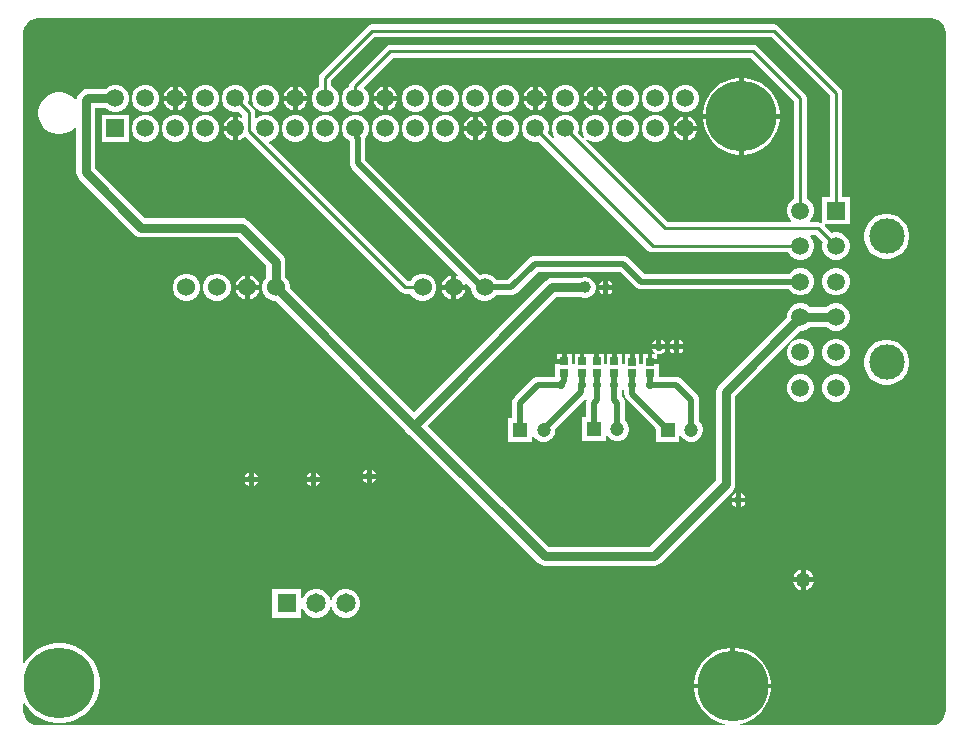
<source format=gbr>
%TF.GenerationSoftware,Altium Limited,Altium Designer,23.4.1 (23)*%
G04 Layer_Physical_Order=2*
G04 Layer_Color=16711680*
%FSLAX45Y45*%
%MOMM*%
%TF.SameCoordinates,7AEF0BED-FCCA-4DCD-95BC-53F5E5A48FEA*%
%TF.FilePolarity,Positive*%
%TF.FileFunction,Copper,L2,Bot,Signal*%
%TF.Part,Single*%
G01*
G75*
%TA.AperFunction,Conductor*%
%ADD10C,0.25400*%
%ADD17C,0.50000*%
%TA.AperFunction,ViaPad*%
%ADD21C,6.00000*%
%TA.AperFunction,ComponentPad*%
%ADD22R,1.20000X1.20000*%
%ADD23C,1.20000*%
%ADD24C,1.50000*%
%ADD25R,1.50000X1.50000*%
%TA.AperFunction,ViaPad*%
%ADD26C,1.52400*%
%TA.AperFunction,ComponentPad*%
%ADD27C,1.52000*%
%ADD28C,2.99999*%
%ADD29R,1.52000X1.52000*%
%ADD30C,1.65000*%
%ADD31R,1.65000X1.65000*%
%TA.AperFunction,ViaPad*%
%ADD32C,0.70000*%
%ADD33C,1.00000*%
%ADD34C,1.27000*%
%TA.AperFunction,SMDPad,CuDef*%
%ADD35R,0.72000X0.76000*%
%TA.AperFunction,Conductor*%
%ADD36C,0.80000*%
G36*
X3250113Y11332048D02*
X10800052D01*
X10813054Y11332043D01*
X10838558Y11326961D01*
X10862580Y11317003D01*
X10884198Y11302550D01*
X10902583Y11284158D01*
X10917027Y11262533D01*
X10926977Y11238508D01*
X10932049Y11213001D01*
X10932049Y11199999D01*
Y10750000D01*
Y5475000D01*
Y5461995D01*
X10926974Y5436483D01*
X10917020Y5412452D01*
X10902569Y5390824D01*
X10884177Y5372431D01*
X10862548Y5357980D01*
X10838517Y5348026D01*
X10813005Y5342951D01*
X10799999Y5342951D01*
X9189815D01*
X9188815Y5355651D01*
X9201199Y5357613D01*
X9249911Y5373440D01*
X9295548Y5396693D01*
X9336985Y5426799D01*
X9373202Y5463016D01*
X9403308Y5504453D01*
X9426561Y5550090D01*
X9442388Y5598802D01*
X9450401Y5649391D01*
Y5655000D01*
X8799601D01*
Y5649391D01*
X8807613Y5598802D01*
X8823441Y5550090D01*
X8846694Y5504453D01*
X8876800Y5463016D01*
X8913017Y5426799D01*
X8954454Y5396693D01*
X9000091Y5373440D01*
X9048803Y5357613D01*
X9061186Y5355651D01*
X9060187Y5342951D01*
X3235094D01*
X3229767Y5344510D01*
X3218185Y5346306D01*
X3196012Y5353923D01*
X3175529Y5365326D01*
X3157375Y5380158D01*
X3142117Y5397958D01*
X3130233Y5418165D01*
X3122094Y5440151D01*
X3117956Y5463227D01*
X3117951Y5474948D01*
Y5526500D01*
X3130300Y5529465D01*
X3134203Y5521805D01*
X3165660Y5478509D01*
X3203502Y5440667D01*
X3246798Y5409210D01*
X3294482Y5384914D01*
X3345380Y5368376D01*
X3398238Y5360004D01*
X3451756D01*
X3504614Y5368376D01*
X3555512Y5384914D01*
X3603196Y5409210D01*
X3646492Y5440667D01*
X3684334Y5478509D01*
X3715791Y5521805D01*
X3740087Y5569489D01*
X3756625Y5620387D01*
X3764997Y5673245D01*
Y5726762D01*
X3756625Y5779621D01*
X3740087Y5830518D01*
X3715791Y5878203D01*
X3684334Y5921499D01*
X3646492Y5959341D01*
X3603196Y5990798D01*
X3555512Y6015094D01*
X3504614Y6031632D01*
X3451756Y6040004D01*
X3398238D01*
X3345380Y6031632D01*
X3294482Y6015094D01*
X3246798Y5990798D01*
X3203502Y5959341D01*
X3165660Y5921499D01*
X3134203Y5878203D01*
X3130300Y5870543D01*
X3117951Y5873508D01*
X3117951Y10850000D01*
X3117951Y11200000D01*
Y11213006D01*
X3123026Y11238517D01*
X3132980Y11262547D01*
X3147431Y11284176D01*
X3165824Y11302569D01*
X3187451Y11317020D01*
X3211483Y11326974D01*
X3236994Y11332049D01*
X3250113Y11332048D01*
D02*
G37*
%LPC*%
G36*
X7983002Y10748584D02*
Y10670002D01*
X8061584D01*
X8056559Y10688755D01*
X8043342Y10711649D01*
X8024649Y10730342D01*
X8001755Y10743559D01*
X7983002Y10748584D01*
D02*
G37*
G36*
X7943002D02*
X7924249Y10743559D01*
X7901355Y10730342D01*
X7882662Y10711649D01*
X7869444Y10688755D01*
X7864419Y10670002D01*
X7943002D01*
Y10748584D01*
D02*
G37*
G36*
X7475002D02*
Y10670002D01*
X7553584D01*
X7548559Y10688755D01*
X7535342Y10711649D01*
X7516649Y10730342D01*
X7493755Y10743559D01*
X7475002Y10748584D01*
D02*
G37*
G36*
X7435002D02*
X7416249Y10743559D01*
X7393355Y10730342D01*
X7374662Y10711649D01*
X7361444Y10688755D01*
X7356419Y10670002D01*
X7435002D01*
Y10748584D01*
D02*
G37*
G36*
X6205002D02*
Y10670002D01*
X6283584D01*
X6278559Y10688755D01*
X6265342Y10711649D01*
X6246649Y10730342D01*
X6223755Y10743559D01*
X6205002Y10748584D01*
D02*
G37*
G36*
X6165002D02*
X6146249Y10743559D01*
X6123355Y10730342D01*
X6104662Y10711649D01*
X6091444Y10688755D01*
X6086419Y10670002D01*
X6165002D01*
Y10748584D01*
D02*
G37*
G36*
X5443002D02*
Y10670002D01*
X5521584D01*
X5516559Y10688755D01*
X5503342Y10711649D01*
X5484649Y10730342D01*
X5461755Y10743559D01*
X5443002Y10748584D01*
D02*
G37*
G36*
X5403002D02*
X5384249Y10743559D01*
X5361355Y10730342D01*
X5342662Y10711649D01*
X5329444Y10688755D01*
X5324419Y10670002D01*
X5403002D01*
Y10748584D01*
D02*
G37*
G36*
X4427002D02*
Y10670002D01*
X4505584D01*
X4500559Y10688755D01*
X4487342Y10711649D01*
X4468649Y10730342D01*
X4445755Y10743559D01*
X4427002Y10748584D01*
D02*
G37*
G36*
X4387002D02*
X4368249Y10743559D01*
X4345355Y10730342D01*
X4326662Y10711649D01*
X4313444Y10688755D01*
X4308419Y10670002D01*
X4387002D01*
Y10748584D01*
D02*
G37*
G36*
X3914142Y10765001D02*
X3883862D01*
X3854613Y10757164D01*
X3828390Y10742024D01*
X3817058Y10730692D01*
X3664880D01*
X3643996Y10727942D01*
X3624535Y10719881D01*
X3607823Y10707058D01*
X3592944Y10692179D01*
X3580121Y10675467D01*
X3572060Y10656006D01*
X3571003Y10647980D01*
X3557594Y10643429D01*
X3538151Y10662871D01*
X3509080Y10682296D01*
X3476777Y10695677D01*
X3442484Y10702498D01*
X3407520D01*
X3373227Y10695677D01*
X3340924Y10682296D01*
X3311853Y10662871D01*
X3287129Y10638147D01*
X3267704Y10609076D01*
X3254323Y10576773D01*
X3247502Y10542480D01*
Y10507516D01*
X3254323Y10473223D01*
X3267704Y10440920D01*
X3287129Y10411849D01*
X3311853Y10387125D01*
X3340924Y10367700D01*
X3373227Y10354319D01*
X3407520Y10347498D01*
X3442484D01*
X3476777Y10354319D01*
X3509080Y10367700D01*
X3538151Y10387125D01*
X3556610Y10405584D01*
X3569310Y10400323D01*
Y10024999D01*
X3572060Y10004114D01*
X3580121Y9984654D01*
X3592944Y9967942D01*
X4060771Y9500120D01*
X4077483Y9487297D01*
X4096944Y9479236D01*
X4117828Y9476487D01*
X4934401D01*
X5177643Y9233244D01*
Y9133646D01*
X5165350Y9121353D01*
X5150052Y9094856D01*
X5142133Y9065303D01*
Y9034707D01*
X5150052Y9005153D01*
X5165350Y8978656D01*
X5186985Y8957022D01*
X5213482Y8941724D01*
X5243035Y8933805D01*
X5260420D01*
X6351974Y7842251D01*
X6355120Y7834655D01*
X6367944Y7817943D01*
X6384655Y7805120D01*
X6392252Y7801974D01*
X7476284Y6717941D01*
X7492995Y6705118D01*
X7512456Y6697057D01*
X7533340Y6694308D01*
X8460120D01*
X8481005Y6697057D01*
X8500465Y6705118D01*
X8517177Y6717941D01*
X9125004Y7325774D01*
X9137827Y7342485D01*
X9145888Y7361946D01*
X9148638Y7382830D01*
Y8134526D01*
X9698114Y8684003D01*
X9715273D01*
X9744775Y8691908D01*
X9771227Y8707180D01*
X9783354Y8719307D01*
X9916642D01*
X9928775Y8707175D01*
X9955226Y8691903D01*
X9984729Y8683998D01*
X10015272D01*
X10044775Y8691903D01*
X10071226Y8707175D01*
X10092823Y8728772D01*
X10108095Y8755223D01*
X10116000Y8784726D01*
Y8815269D01*
X10108095Y8844772D01*
X10092823Y8871223D01*
X10071226Y8892821D01*
X10044775Y8908092D01*
X10015272Y8915997D01*
X9984729D01*
X9955226Y8908092D01*
X9928775Y8892821D01*
X9916642Y8880688D01*
X9783364D01*
X9771227Y8892826D01*
X9744775Y8908097D01*
X9715273Y8916002D01*
X9684729D01*
X9655227Y8908097D01*
X9628775Y8892826D01*
X9607178Y8871228D01*
X9591906Y8844777D01*
X9584001Y8815274D01*
Y8798116D01*
X9010891Y8225006D01*
X8998068Y8208294D01*
X8990007Y8188833D01*
X8987257Y8167949D01*
Y7416253D01*
X8426697Y6855688D01*
X7566763D01*
X6543282Y7879169D01*
X7633423Y8969310D01*
X7834760D01*
X7840261Y8966133D01*
X7863151Y8960000D01*
X7886849D01*
X7909739Y8966133D01*
X7930261Y8977982D01*
X7947018Y8994739D01*
X7958866Y9015261D01*
X7965000Y9038151D01*
Y9061849D01*
X7958866Y9084738D01*
X7947018Y9105261D01*
X7930261Y9122018D01*
X7909739Y9133866D01*
X7886849Y9140000D01*
X7863151D01*
X7840261Y9133866D01*
X7834760Y9130690D01*
X7600000D01*
X7579116Y9127941D01*
X7559655Y9119880D01*
X7542944Y9107056D01*
X6429169Y7993282D01*
X5374533Y9047918D01*
Y9065303D01*
X5366615Y9094856D01*
X5351316Y9121353D01*
X5339024Y9133646D01*
Y9266667D01*
X5336274Y9287551D01*
X5328213Y9307012D01*
X5315390Y9323723D01*
X5024880Y9614233D01*
X5008169Y9627056D01*
X4988708Y9635117D01*
X4967823Y9637867D01*
X4151250D01*
X3730691Y10058422D01*
Y10569311D01*
X3817058D01*
X3828390Y10557979D01*
X3854613Y10542839D01*
X3883862Y10535002D01*
X3914142D01*
X3943390Y10542839D01*
X3969613Y10557979D01*
X3991024Y10579390D01*
X4006164Y10605613D01*
X4014001Y10634862D01*
Y10665141D01*
X4006164Y10694390D01*
X3991024Y10720613D01*
X3969613Y10742024D01*
X3943390Y10757164D01*
X3914142Y10765001D01*
D02*
G37*
G36*
X8061584Y10630002D02*
X7983002D01*
Y10551419D01*
X8001755Y10556444D01*
X8024649Y10569662D01*
X8043342Y10588354D01*
X8056559Y10611249D01*
X8061584Y10630002D01*
D02*
G37*
G36*
X7943002D02*
X7864419D01*
X7869444Y10611249D01*
X7882662Y10588354D01*
X7901355Y10569662D01*
X7924249Y10556444D01*
X7943002Y10551419D01*
Y10630002D01*
D02*
G37*
G36*
X7553584D02*
X7475002D01*
Y10551419D01*
X7493755Y10556444D01*
X7516649Y10569662D01*
X7535342Y10588354D01*
X7548559Y10611249D01*
X7553584Y10630002D01*
D02*
G37*
G36*
X7435002D02*
X7356419D01*
X7361444Y10611249D01*
X7374662Y10588354D01*
X7393355Y10569662D01*
X7416249Y10556444D01*
X7435002Y10551419D01*
Y10630002D01*
D02*
G37*
G36*
X6283584D02*
X6205002D01*
Y10551419D01*
X6223755Y10556444D01*
X6246649Y10569662D01*
X6265342Y10588354D01*
X6278559Y10611249D01*
X6283584Y10630002D01*
D02*
G37*
G36*
X6165002D02*
X6086419D01*
X6091444Y10611249D01*
X6104662Y10588354D01*
X6123355Y10569662D01*
X6146249Y10556444D01*
X6165002Y10551419D01*
Y10630002D01*
D02*
G37*
G36*
X5521584D02*
X5443002D01*
Y10551419D01*
X5461755Y10556444D01*
X5484649Y10569662D01*
X5503342Y10588354D01*
X5516559Y10611249D01*
X5521584Y10630002D01*
D02*
G37*
G36*
X5403002D02*
X5324419D01*
X5329444Y10611249D01*
X5342662Y10588354D01*
X5361355Y10569662D01*
X5384249Y10556444D01*
X5403002Y10551419D01*
Y10630002D01*
D02*
G37*
G36*
X4505584D02*
X4427002D01*
Y10551419D01*
X4445755Y10556444D01*
X4468649Y10569662D01*
X4487342Y10588354D01*
X4500559Y10611249D01*
X4505584Y10630002D01*
D02*
G37*
G36*
X4387002D02*
X4308419D01*
X4313444Y10611249D01*
X4326662Y10588354D01*
X4345355Y10569662D01*
X4368249Y10556444D01*
X4387002Y10551419D01*
Y10630002D01*
D02*
G37*
G36*
X8740142Y10765001D02*
X8709862D01*
X8680613Y10757164D01*
X8654390Y10742024D01*
X8632979Y10720613D01*
X8617839Y10694390D01*
X8610002Y10665141D01*
Y10634862D01*
X8617839Y10605613D01*
X8632979Y10579390D01*
X8654390Y10557979D01*
X8680613Y10542839D01*
X8709862Y10535002D01*
X8740142D01*
X8769390Y10542839D01*
X8795613Y10557979D01*
X8817024Y10579390D01*
X8832164Y10605613D01*
X8840001Y10634862D01*
Y10665141D01*
X8832164Y10694390D01*
X8817024Y10720613D01*
X8795613Y10742024D01*
X8769390Y10757164D01*
X8740142Y10765001D01*
D02*
G37*
G36*
X8486142D02*
X8455862D01*
X8426613Y10757164D01*
X8400390Y10742024D01*
X8378979Y10720613D01*
X8363839Y10694390D01*
X8356002Y10665141D01*
Y10634862D01*
X8363839Y10605613D01*
X8378979Y10579390D01*
X8400390Y10557979D01*
X8426613Y10542839D01*
X8455862Y10535002D01*
X8486142D01*
X8515390Y10542839D01*
X8541613Y10557979D01*
X8563024Y10579390D01*
X8578164Y10605613D01*
X8586001Y10634862D01*
Y10665141D01*
X8578164Y10694390D01*
X8563024Y10720613D01*
X8541613Y10742024D01*
X8515390Y10757164D01*
X8486142Y10765001D01*
D02*
G37*
G36*
X8232142D02*
X8201862D01*
X8172613Y10757164D01*
X8146390Y10742024D01*
X8124979Y10720613D01*
X8109839Y10694390D01*
X8102002Y10665141D01*
Y10634862D01*
X8109839Y10605613D01*
X8124979Y10579390D01*
X8146390Y10557979D01*
X8172613Y10542839D01*
X8201862Y10535002D01*
X8232142D01*
X8261390Y10542839D01*
X8287613Y10557979D01*
X8309024Y10579390D01*
X8324164Y10605613D01*
X8332001Y10634862D01*
Y10665141D01*
X8324164Y10694390D01*
X8309024Y10720613D01*
X8287613Y10742024D01*
X8261390Y10757164D01*
X8232142Y10765001D01*
D02*
G37*
G36*
X7724142D02*
X7693862D01*
X7664613Y10757164D01*
X7638390Y10742024D01*
X7616979Y10720613D01*
X7601839Y10694390D01*
X7594002Y10665141D01*
Y10634862D01*
X7601839Y10605613D01*
X7616979Y10579390D01*
X7638390Y10557979D01*
X7664613Y10542839D01*
X7693862Y10535002D01*
X7724142D01*
X7753390Y10542839D01*
X7779613Y10557979D01*
X7801024Y10579390D01*
X7816164Y10605613D01*
X7824001Y10634862D01*
Y10665141D01*
X7816164Y10694390D01*
X7801024Y10720613D01*
X7779613Y10742024D01*
X7753390Y10757164D01*
X7724142Y10765001D01*
D02*
G37*
G36*
X7216142D02*
X7185862D01*
X7156613Y10757164D01*
X7130390Y10742024D01*
X7108979Y10720613D01*
X7093839Y10694390D01*
X7086002Y10665141D01*
Y10634862D01*
X7093839Y10605613D01*
X7108979Y10579390D01*
X7130390Y10557979D01*
X7156613Y10542839D01*
X7185862Y10535002D01*
X7216142D01*
X7245390Y10542839D01*
X7271613Y10557979D01*
X7293024Y10579390D01*
X7308164Y10605613D01*
X7316001Y10634862D01*
Y10665141D01*
X7308164Y10694390D01*
X7293024Y10720613D01*
X7271613Y10742024D01*
X7245390Y10757164D01*
X7216142Y10765001D01*
D02*
G37*
G36*
X6962142D02*
X6931862D01*
X6902613Y10757164D01*
X6876390Y10742024D01*
X6854979Y10720613D01*
X6839839Y10694390D01*
X6832002Y10665141D01*
Y10634862D01*
X6839839Y10605613D01*
X6854979Y10579390D01*
X6876390Y10557979D01*
X6902613Y10542839D01*
X6931862Y10535002D01*
X6962142D01*
X6991390Y10542839D01*
X7017613Y10557979D01*
X7039024Y10579390D01*
X7054164Y10605613D01*
X7062001Y10634862D01*
Y10665141D01*
X7054164Y10694390D01*
X7039024Y10720613D01*
X7017613Y10742024D01*
X6991390Y10757164D01*
X6962142Y10765001D01*
D02*
G37*
G36*
X6708142D02*
X6677862D01*
X6648613Y10757164D01*
X6622390Y10742024D01*
X6600979Y10720613D01*
X6585839Y10694390D01*
X6578002Y10665141D01*
Y10634862D01*
X6585839Y10605613D01*
X6600979Y10579390D01*
X6622390Y10557979D01*
X6648613Y10542839D01*
X6677862Y10535002D01*
X6708142D01*
X6737390Y10542839D01*
X6763613Y10557979D01*
X6785024Y10579390D01*
X6800164Y10605613D01*
X6808001Y10634862D01*
Y10665141D01*
X6800164Y10694390D01*
X6785024Y10720613D01*
X6763613Y10742024D01*
X6737390Y10757164D01*
X6708142Y10765001D01*
D02*
G37*
G36*
X6454142D02*
X6423862D01*
X6394613Y10757164D01*
X6368390Y10742024D01*
X6346979Y10720613D01*
X6331839Y10694390D01*
X6324002Y10665141D01*
Y10634862D01*
X6331839Y10605613D01*
X6346979Y10579390D01*
X6368390Y10557979D01*
X6394613Y10542839D01*
X6423862Y10535002D01*
X6454142D01*
X6483390Y10542839D01*
X6509613Y10557979D01*
X6531024Y10579390D01*
X6546164Y10605613D01*
X6554001Y10634862D01*
Y10665141D01*
X6546164Y10694390D01*
X6531024Y10720613D01*
X6509613Y10742024D01*
X6483390Y10757164D01*
X6454142Y10765001D01*
D02*
G37*
G36*
X5184142D02*
X5153862D01*
X5124613Y10757164D01*
X5098390Y10742024D01*
X5076979Y10720613D01*
X5061839Y10694390D01*
X5054002Y10665141D01*
Y10634862D01*
X5061839Y10605613D01*
X5076979Y10579390D01*
X5098390Y10557979D01*
X5124613Y10542839D01*
X5153862Y10535002D01*
X5184142D01*
X5213390Y10542839D01*
X5239613Y10557979D01*
X5261024Y10579390D01*
X5276164Y10605613D01*
X5284001Y10634862D01*
Y10665141D01*
X5276164Y10694390D01*
X5261024Y10720613D01*
X5239613Y10742024D01*
X5213390Y10757164D01*
X5184142Y10765001D01*
D02*
G37*
G36*
X4676142D02*
X4645862D01*
X4616613Y10757164D01*
X4590390Y10742024D01*
X4568979Y10720613D01*
X4553839Y10694390D01*
X4546002Y10665141D01*
Y10634862D01*
X4553839Y10605613D01*
X4568979Y10579390D01*
X4590390Y10557979D01*
X4616613Y10542839D01*
X4645862Y10535002D01*
X4676142D01*
X4705390Y10542839D01*
X4731613Y10557979D01*
X4753024Y10579390D01*
X4768164Y10605613D01*
X4776001Y10634862D01*
Y10665141D01*
X4768164Y10694390D01*
X4753024Y10720613D01*
X4731613Y10742024D01*
X4705390Y10757164D01*
X4676142Y10765001D01*
D02*
G37*
G36*
X4168142D02*
X4137862D01*
X4108613Y10757164D01*
X4082390Y10742024D01*
X4060979Y10720613D01*
X4045839Y10694390D01*
X4038002Y10665141D01*
Y10634862D01*
X4045839Y10605613D01*
X4060979Y10579390D01*
X4082390Y10557979D01*
X4108613Y10542839D01*
X4137862Y10535002D01*
X4168142D01*
X4197390Y10542839D01*
X4223613Y10557979D01*
X4245024Y10579390D01*
X4260164Y10605613D01*
X4268001Y10634862D01*
Y10665141D01*
X4260164Y10694390D01*
X4245024Y10720613D01*
X4223613Y10742024D01*
X4197390Y10757164D01*
X4168142Y10765001D01*
D02*
G37*
G36*
X9225611Y10825404D02*
X9220002D01*
Y10520004D01*
X9525402D01*
Y10525614D01*
X9517389Y10576202D01*
X9501562Y10624914D01*
X9478309Y10670551D01*
X9448203Y10711988D01*
X9411986Y10748206D01*
X9370549Y10778311D01*
X9324912Y10801564D01*
X9276200Y10817392D01*
X9225611Y10825404D01*
D02*
G37*
G36*
X9180002D02*
X9174392D01*
X9123804Y10817392D01*
X9075092Y10801564D01*
X9029455Y10778311D01*
X8988018Y10748206D01*
X8951801Y10711988D01*
X8921695Y10670551D01*
X8898442Y10624914D01*
X8882614Y10576202D01*
X8874602Y10525614D01*
Y10520004D01*
X9180002D01*
Y10825404D01*
D02*
G37*
G36*
X4930142Y10765001D02*
X4899862D01*
X4870613Y10757164D01*
X4844390Y10742024D01*
X4822979Y10720613D01*
X4807839Y10694390D01*
X4800002Y10665141D01*
Y10634862D01*
X4807839Y10605613D01*
X4822979Y10579390D01*
X4844390Y10557979D01*
X4870613Y10542839D01*
X4899862Y10535002D01*
X4930142D01*
X4947389Y10539623D01*
X4974767Y10512246D01*
Y10490128D01*
X4963768Y10483778D01*
X4953755Y10489559D01*
X4935002Y10494584D01*
Y10396002D01*
Y10297419D01*
X4953755Y10302444D01*
X4976649Y10315662D01*
X4994028Y10333041D01*
X6315053Y9012010D01*
X6332485Y9000362D01*
X6353048Y8996272D01*
X6396849D01*
X6407019Y8978656D01*
X6428654Y8957022D01*
X6455151Y8941724D01*
X6484704Y8933805D01*
X6515300D01*
X6544854Y8941724D01*
X6571351Y8957022D01*
X6592985Y8978656D01*
X6608283Y9005153D01*
X6616202Y9034707D01*
Y9065303D01*
X6608283Y9094856D01*
X6592985Y9121353D01*
X6571351Y9142988D01*
X6544854Y9158286D01*
X6515300Y9166205D01*
X6484704D01*
X6455151Y9158286D01*
X6428654Y9142988D01*
X6407019Y9121353D01*
X6396849Y9103737D01*
X6375305D01*
X5204087Y10274959D01*
X5207374Y10287227D01*
X5213390Y10288839D01*
X5239613Y10303979D01*
X5261024Y10325390D01*
X5276164Y10351613D01*
X5284001Y10380862D01*
Y10411141D01*
X5276164Y10440390D01*
X5261024Y10466613D01*
X5239613Y10488024D01*
X5213390Y10503164D01*
X5184142Y10511001D01*
X5153862D01*
X5124613Y10503164D01*
X5098390Y10488024D01*
X5093965Y10483599D01*
X5082231Y10488459D01*
Y10534503D01*
X5078141Y10555065D01*
X5066494Y10572497D01*
X5024534Y10614457D01*
X5030001Y10634862D01*
Y10665141D01*
X5022164Y10694390D01*
X5007024Y10720613D01*
X4985613Y10742024D01*
X4959390Y10757164D01*
X4930142Y10765001D01*
D02*
G37*
G36*
X8745002Y10494584D02*
Y10416002D01*
X8823584D01*
X8818559Y10434755D01*
X8805342Y10457649D01*
X8786649Y10476342D01*
X8763755Y10489559D01*
X8745002Y10494584D01*
D02*
G37*
G36*
X8705002D02*
X8686249Y10489559D01*
X8663355Y10476342D01*
X8644662Y10457649D01*
X8631444Y10434755D01*
X8626419Y10416002D01*
X8705002D01*
Y10494584D01*
D02*
G37*
G36*
X6967002D02*
Y10416002D01*
X7045584D01*
X7040559Y10434755D01*
X7027342Y10457649D01*
X7008649Y10476342D01*
X6985755Y10489559D01*
X6967002Y10494584D01*
D02*
G37*
G36*
X6927002D02*
X6908249Y10489559D01*
X6885355Y10476342D01*
X6866662Y10457649D01*
X6853444Y10434755D01*
X6848419Y10416002D01*
X6927002D01*
Y10494584D01*
D02*
G37*
G36*
X4895002D02*
X4876249Y10489559D01*
X4853355Y10476342D01*
X4834662Y10457649D01*
X4821444Y10434755D01*
X4816419Y10416002D01*
X4895002D01*
Y10494584D01*
D02*
G37*
G36*
X8823584Y10376002D02*
X8745002D01*
Y10297419D01*
X8763755Y10302444D01*
X8786649Y10315662D01*
X8805342Y10334354D01*
X8818559Y10357249D01*
X8823584Y10376002D01*
D02*
G37*
G36*
X8705002D02*
X8626419D01*
X8631444Y10357249D01*
X8644662Y10334354D01*
X8663355Y10315662D01*
X8686249Y10302444D01*
X8705002Y10297419D01*
Y10376002D01*
D02*
G37*
G36*
X7045584D02*
X6967002D01*
Y10297419D01*
X6985755Y10302444D01*
X7008649Y10315662D01*
X7027342Y10334354D01*
X7040559Y10357249D01*
X7045584Y10376002D01*
D02*
G37*
G36*
X6927002D02*
X6848419D01*
X6853444Y10357249D01*
X6866662Y10334354D01*
X6885355Y10315662D01*
X6908249Y10302444D01*
X6927002Y10297419D01*
Y10376002D01*
D02*
G37*
G36*
X4895002D02*
X4816419D01*
X4821444Y10357249D01*
X4834662Y10334354D01*
X4853355Y10315662D01*
X4876249Y10302444D01*
X4895002Y10297419D01*
Y10376002D01*
D02*
G37*
G36*
X8486142Y10511001D02*
X8455862D01*
X8426613Y10503164D01*
X8400390Y10488024D01*
X8378979Y10466613D01*
X8363839Y10440390D01*
X8356002Y10411141D01*
Y10380862D01*
X8363839Y10351613D01*
X8378979Y10325390D01*
X8400390Y10303979D01*
X8426613Y10288839D01*
X8455862Y10281002D01*
X8486142D01*
X8515390Y10288839D01*
X8541613Y10303979D01*
X8563024Y10325390D01*
X8578164Y10351613D01*
X8586001Y10380862D01*
Y10411141D01*
X8578164Y10440390D01*
X8563024Y10466613D01*
X8541613Y10488024D01*
X8515390Y10503164D01*
X8486142Y10511001D01*
D02*
G37*
G36*
X8232142D02*
X8201862D01*
X8172613Y10503164D01*
X8146390Y10488024D01*
X8124979Y10466613D01*
X8109839Y10440390D01*
X8102002Y10411141D01*
Y10380862D01*
X8109839Y10351613D01*
X8124979Y10325390D01*
X8146390Y10303979D01*
X8172613Y10288839D01*
X8201862Y10281002D01*
X8232142D01*
X8261390Y10288839D01*
X8287613Y10303979D01*
X8309024Y10325390D01*
X8324164Y10351613D01*
X8332001Y10380862D01*
Y10411141D01*
X8324164Y10440390D01*
X8309024Y10466613D01*
X8287613Y10488024D01*
X8261390Y10503164D01*
X8232142Y10511001D01*
D02*
G37*
G36*
X7216142D02*
X7185862D01*
X7156613Y10503164D01*
X7130390Y10488024D01*
X7108979Y10466613D01*
X7093839Y10440390D01*
X7086002Y10411141D01*
Y10380862D01*
X7093839Y10351613D01*
X7108979Y10325390D01*
X7130390Y10303979D01*
X7156613Y10288839D01*
X7185862Y10281002D01*
X7216142D01*
X7245390Y10288839D01*
X7271613Y10303979D01*
X7293024Y10325390D01*
X7308164Y10351613D01*
X7316001Y10380862D01*
Y10411141D01*
X7308164Y10440390D01*
X7293024Y10466613D01*
X7271613Y10488024D01*
X7245390Y10503164D01*
X7216142Y10511001D01*
D02*
G37*
G36*
X6708142D02*
X6677862D01*
X6648613Y10503164D01*
X6622390Y10488024D01*
X6600979Y10466613D01*
X6585839Y10440390D01*
X6578002Y10411141D01*
Y10380862D01*
X6585839Y10351613D01*
X6600979Y10325390D01*
X6622390Y10303979D01*
X6648613Y10288839D01*
X6677862Y10281002D01*
X6708142D01*
X6737390Y10288839D01*
X6763613Y10303979D01*
X6785024Y10325390D01*
X6800164Y10351613D01*
X6808001Y10380862D01*
Y10411141D01*
X6800164Y10440390D01*
X6785024Y10466613D01*
X6763613Y10488024D01*
X6737390Y10503164D01*
X6708142Y10511001D01*
D02*
G37*
G36*
X6454142D02*
X6423862D01*
X6394613Y10503164D01*
X6368390Y10488024D01*
X6346979Y10466613D01*
X6331839Y10440390D01*
X6324002Y10411141D01*
Y10380862D01*
X6331839Y10351613D01*
X6346979Y10325390D01*
X6368390Y10303979D01*
X6394613Y10288839D01*
X6423862Y10281002D01*
X6454142D01*
X6483390Y10288839D01*
X6509613Y10303979D01*
X6531024Y10325390D01*
X6546164Y10351613D01*
X6554001Y10380862D01*
Y10411141D01*
X6546164Y10440390D01*
X6531024Y10466613D01*
X6509613Y10488024D01*
X6483390Y10503164D01*
X6454142Y10511001D01*
D02*
G37*
G36*
X6200142D02*
X6169862D01*
X6140613Y10503164D01*
X6114390Y10488024D01*
X6092979Y10466613D01*
X6077839Y10440390D01*
X6070002Y10411141D01*
Y10380862D01*
X6077839Y10351613D01*
X6092979Y10325390D01*
X6114390Y10303979D01*
X6140613Y10288839D01*
X6169862Y10281002D01*
X6200142D01*
X6229390Y10288839D01*
X6255613Y10303979D01*
X6277024Y10325390D01*
X6292164Y10351613D01*
X6300001Y10380862D01*
Y10411141D01*
X6292164Y10440390D01*
X6277024Y10466613D01*
X6255613Y10488024D01*
X6229390Y10503164D01*
X6200142Y10511001D01*
D02*
G37*
G36*
X5692142D02*
X5661862D01*
X5632613Y10503164D01*
X5606390Y10488024D01*
X5584979Y10466613D01*
X5569839Y10440390D01*
X5562002Y10411141D01*
Y10380862D01*
X5569839Y10351613D01*
X5584979Y10325390D01*
X5606390Y10303979D01*
X5632613Y10288839D01*
X5661862Y10281002D01*
X5692142D01*
X5721390Y10288839D01*
X5747613Y10303979D01*
X5769024Y10325390D01*
X5784164Y10351613D01*
X5792001Y10380862D01*
Y10411141D01*
X5784164Y10440390D01*
X5769024Y10466613D01*
X5747613Y10488024D01*
X5721390Y10503164D01*
X5692142Y10511001D01*
D02*
G37*
G36*
X5438142D02*
X5407862D01*
X5378613Y10503164D01*
X5352390Y10488024D01*
X5330979Y10466613D01*
X5315839Y10440390D01*
X5308002Y10411141D01*
Y10380862D01*
X5315839Y10351613D01*
X5330979Y10325390D01*
X5352390Y10303979D01*
X5378613Y10288839D01*
X5407862Y10281002D01*
X5438142D01*
X5467390Y10288839D01*
X5493613Y10303979D01*
X5515024Y10325390D01*
X5530164Y10351613D01*
X5538001Y10380862D01*
Y10411141D01*
X5530164Y10440390D01*
X5515024Y10466613D01*
X5493613Y10488024D01*
X5467390Y10503164D01*
X5438142Y10511001D01*
D02*
G37*
G36*
X4676142D02*
X4645862D01*
X4616613Y10503164D01*
X4590390Y10488024D01*
X4568979Y10466613D01*
X4553839Y10440390D01*
X4546002Y10411141D01*
Y10380862D01*
X4553839Y10351613D01*
X4568979Y10325390D01*
X4590390Y10303979D01*
X4616613Y10288839D01*
X4645862Y10281002D01*
X4676142D01*
X4705390Y10288839D01*
X4731613Y10303979D01*
X4753024Y10325390D01*
X4768164Y10351613D01*
X4776001Y10380862D01*
Y10411141D01*
X4768164Y10440390D01*
X4753024Y10466613D01*
X4731613Y10488024D01*
X4705390Y10503164D01*
X4676142Y10511001D01*
D02*
G37*
G36*
X4422142D02*
X4391862D01*
X4362613Y10503164D01*
X4336390Y10488024D01*
X4314979Y10466613D01*
X4299839Y10440390D01*
X4292002Y10411141D01*
Y10380862D01*
X4299839Y10351613D01*
X4314979Y10325390D01*
X4336390Y10303979D01*
X4362613Y10288839D01*
X4391862Y10281002D01*
X4422142D01*
X4451390Y10288839D01*
X4477613Y10303979D01*
X4499024Y10325390D01*
X4514164Y10351613D01*
X4522001Y10380862D01*
Y10411141D01*
X4514164Y10440390D01*
X4499024Y10466613D01*
X4477613Y10488024D01*
X4451390Y10503164D01*
X4422142Y10511001D01*
D02*
G37*
G36*
X4168142D02*
X4137862D01*
X4108613Y10503164D01*
X4082390Y10488024D01*
X4060979Y10466613D01*
X4045839Y10440390D01*
X4038002Y10411141D01*
Y10380862D01*
X4045839Y10351613D01*
X4060979Y10325390D01*
X4082390Y10303979D01*
X4108613Y10288839D01*
X4137862Y10281002D01*
X4168142D01*
X4197390Y10288839D01*
X4223613Y10303979D01*
X4245024Y10325390D01*
X4260164Y10351613D01*
X4268001Y10380862D01*
Y10411141D01*
X4260164Y10440390D01*
X4245024Y10466613D01*
X4223613Y10488024D01*
X4197390Y10503164D01*
X4168142Y10511001D01*
D02*
G37*
G36*
X4014001D02*
X3784002D01*
Y10281002D01*
X4014001D01*
Y10511001D01*
D02*
G37*
G36*
X9525402Y10480004D02*
X9220002D01*
Y10174604D01*
X9225611D01*
X9276200Y10182617D01*
X9324912Y10198445D01*
X9370549Y10221698D01*
X9411986Y10251803D01*
X9448203Y10288021D01*
X9478309Y10329458D01*
X9501562Y10375094D01*
X9517389Y10423806D01*
X9525402Y10474395D01*
Y10480004D01*
D02*
G37*
G36*
X9180002D02*
X8874602D01*
Y10474395D01*
X8882614Y10423806D01*
X8898442Y10375094D01*
X8921695Y10329458D01*
X8951801Y10288021D01*
X8988018Y10251803D01*
X9029455Y10221698D01*
X9075092Y10198445D01*
X9123804Y10182617D01*
X9174392Y10174604D01*
X9180002D01*
Y10480004D01*
D02*
G37*
G36*
X9475003Y11278734D02*
X6074999D01*
X6054437Y11274644D01*
X6037005Y11262996D01*
X5637005Y10862997D01*
X5625358Y10845565D01*
X5621268Y10825002D01*
Y10750614D01*
X5606390Y10742024D01*
X5584979Y10720613D01*
X5569839Y10694390D01*
X5562002Y10665141D01*
Y10634862D01*
X5569839Y10605613D01*
X5584979Y10579390D01*
X5606390Y10557979D01*
X5632613Y10542839D01*
X5661862Y10535002D01*
X5692142D01*
X5721390Y10542839D01*
X5747613Y10557979D01*
X5769024Y10579390D01*
X5784164Y10605613D01*
X5792001Y10634862D01*
Y10665141D01*
X5784164Y10694390D01*
X5769024Y10720613D01*
X5747613Y10742024D01*
X5728733Y10752925D01*
Y10802746D01*
X6097256Y11171269D01*
X9452746D01*
X9946268Y10677742D01*
Y9816001D01*
X9884001D01*
Y9604135D01*
X9872800Y9598148D01*
X9870566Y9599641D01*
X9850003Y9603731D01*
X9785740D01*
X9780480Y9616431D01*
X9792824Y9628775D01*
X9808095Y9655227D01*
X9816001Y9684729D01*
Y9715273D01*
X9808095Y9744775D01*
X9792824Y9771227D01*
X9771227Y9792824D01*
X9753733Y9802923D01*
Y10650002D01*
X9749643Y10670564D01*
X9737996Y10687996D01*
X9337996Y11087995D01*
X9320564Y11099643D01*
X9300002Y11103733D01*
X6225002D01*
X6204439Y11099643D01*
X6187007Y11087995D01*
X5891005Y10791994D01*
X5879358Y10774562D01*
X5875268Y10753999D01*
Y10750614D01*
X5860390Y10742024D01*
X5838979Y10720613D01*
X5823839Y10694390D01*
X5816002Y10665141D01*
Y10634862D01*
X5823839Y10605613D01*
X5838979Y10579390D01*
X5860390Y10557979D01*
X5886613Y10542839D01*
X5915862Y10535002D01*
X5946142D01*
X5975390Y10542839D01*
X6001613Y10557979D01*
X6023024Y10579390D01*
X6038164Y10605613D01*
X6046001Y10634862D01*
Y10665141D01*
X6038164Y10694390D01*
X6023024Y10720613D01*
X6001613Y10742024D01*
X6000613Y10749623D01*
X6247258Y10996268D01*
X9277745D01*
X9646268Y10627745D01*
Y9802923D01*
X9628775Y9792824D01*
X9607178Y9771227D01*
X9591906Y9744775D01*
X9584001Y9715273D01*
Y9684729D01*
X9591906Y9655227D01*
X9607178Y9628775D01*
X9619522Y9616431D01*
X9614261Y9603731D01*
X8575260D01*
X7884404Y10294587D01*
X7892390Y10303979D01*
X7918613Y10288839D01*
X7947862Y10281002D01*
X7978142D01*
X8007390Y10288839D01*
X8033613Y10303979D01*
X8055024Y10325390D01*
X8070164Y10351613D01*
X8078001Y10380862D01*
Y10411141D01*
X8070164Y10440390D01*
X8055024Y10466613D01*
X8033613Y10488024D01*
X8007390Y10503164D01*
X7978142Y10511001D01*
X7947862D01*
X7918613Y10503164D01*
X7892390Y10488024D01*
X7870979Y10466613D01*
X7855839Y10440390D01*
X7848002Y10411141D01*
Y10380862D01*
X7855839Y10351613D01*
X7870979Y10325390D01*
X7861587Y10317404D01*
X7818534Y10360457D01*
X7824001Y10380862D01*
Y10411141D01*
X7816164Y10440390D01*
X7801024Y10466613D01*
X7779613Y10488024D01*
X7753390Y10503164D01*
X7724142Y10511001D01*
X7693862D01*
X7664613Y10503164D01*
X7638390Y10488024D01*
X7616979Y10466613D01*
X7601839Y10440390D01*
X7594002Y10411141D01*
Y10380862D01*
X7601839Y10351613D01*
X7616979Y10325390D01*
X7607587Y10317404D01*
X7564534Y10360457D01*
X7570001Y10380862D01*
Y10411141D01*
X7562164Y10440390D01*
X7547024Y10466613D01*
X7525613Y10488024D01*
X7499390Y10503164D01*
X7470142Y10511001D01*
X7439862D01*
X7410613Y10503164D01*
X7384390Y10488024D01*
X7362979Y10466613D01*
X7347839Y10440390D01*
X7340002Y10411141D01*
Y10380862D01*
X7347839Y10351613D01*
X7362979Y10325390D01*
X7384390Y10303979D01*
X7410613Y10288839D01*
X7439862Y10281002D01*
X7470142D01*
X7487389Y10285623D01*
X8411006Y9362007D01*
X8428438Y9350359D01*
X8449000Y9346269D01*
X9597078D01*
X9607178Y9328776D01*
X9628775Y9307178D01*
X9655227Y9291907D01*
X9684729Y9284002D01*
X9715273D01*
X9744775Y9291907D01*
X9771227Y9307178D01*
X9792824Y9328776D01*
X9808095Y9355227D01*
X9816001Y9384730D01*
Y9415273D01*
X9808095Y9444776D01*
X9792824Y9471227D01*
X9780485Y9483566D01*
X9785745Y9496266D01*
X9827746D01*
X9889228Y9434784D01*
X9884001Y9415273D01*
Y9384730D01*
X9891906Y9355227D01*
X9907177Y9328776D01*
X9928775Y9307178D01*
X9955226Y9291907D01*
X9984729Y9284002D01*
X10015272D01*
X10044775Y9291907D01*
X10071226Y9307178D01*
X10092823Y9328776D01*
X10108095Y9355227D01*
X10116000Y9384730D01*
Y9415273D01*
X10108095Y9444776D01*
X10092823Y9471227D01*
X10071226Y9492825D01*
X10044775Y9508096D01*
X10015272Y9516001D01*
X9984729D01*
X9965218Y9510773D01*
X9903723Y9572268D01*
X9908583Y9584001D01*
X10116000D01*
Y9816001D01*
X10053733D01*
Y10699999D01*
X10049643Y10720561D01*
X10037995Y10737994D01*
X10037994Y10737994D01*
X9512997Y11262996D01*
X9495565Y11274644D01*
X9475003Y11278734D01*
D02*
G37*
G36*
X10448710Y9673999D02*
X10411284D01*
X10374576Y9666697D01*
X10339998Y9652375D01*
X10308879Y9631582D01*
X10282415Y9605117D01*
X10261622Y9573998D01*
X10247299Y9539420D01*
X10239997Y9502713D01*
Y9465286D01*
X10247299Y9428579D01*
X10261622Y9394001D01*
X10282415Y9362882D01*
X10308879Y9336417D01*
X10339998Y9315624D01*
X10374576Y9301301D01*
X10411284Y9294000D01*
X10448710D01*
X10485418Y9301301D01*
X10519995Y9315624D01*
X10551115Y9336417D01*
X10577579Y9362882D01*
X10598372Y9394001D01*
X10612695Y9428579D01*
X10619997Y9465286D01*
Y9502713D01*
X10612695Y9539420D01*
X10598372Y9573998D01*
X10577579Y9605117D01*
X10551115Y9631582D01*
X10519995Y9652375D01*
X10485418Y9666697D01*
X10448710Y9673999D01*
D02*
G37*
G36*
X5036668Y9149830D02*
Y9070005D01*
X5116493D01*
X5111344Y9089221D01*
X5097968Y9112389D01*
X5079052Y9131305D01*
X5055884Y9144681D01*
X5036668Y9149830D01*
D02*
G37*
G36*
X6742501D02*
X6723285Y9144681D01*
X6700117Y9131305D01*
X6681201Y9112389D01*
X6667825Y9089221D01*
X6662676Y9070005D01*
X6742501D01*
Y9149830D01*
D02*
G37*
G36*
X4996668D02*
X4977452Y9144681D01*
X4954284Y9131305D01*
X4935367Y9112389D01*
X4921991Y9089221D01*
X4916843Y9070005D01*
X4996668D01*
Y9149830D01*
D02*
G37*
G36*
X8070000Y9107092D02*
Y9070000D01*
X8107092D01*
X8101205Y9084214D01*
X8084214Y9101205D01*
X8070000Y9107092D01*
D02*
G37*
G36*
X8030000D02*
X8015786Y9101205D01*
X7998795Y9084214D01*
X7992908Y9070000D01*
X8030000D01*
Y9107092D01*
D02*
G37*
G36*
X8107092Y9030000D02*
X8070000D01*
Y8992908D01*
X8084214Y8998795D01*
X8101205Y9015786D01*
X8107092Y9030000D01*
D02*
G37*
G36*
X8030000D02*
X7992908D01*
X7998795Y9015786D01*
X8015786Y8998795D01*
X8030000Y8992908D01*
Y9030000D01*
D02*
G37*
G36*
X10015272Y9216002D02*
X9984729D01*
X9955226Y9208097D01*
X9928775Y9192825D01*
X9907177Y9171228D01*
X9891906Y9144776D01*
X9884001Y9115274D01*
Y9084730D01*
X9891906Y9055228D01*
X9907177Y9028776D01*
X9928775Y9007179D01*
X9955226Y8991908D01*
X9984729Y8984002D01*
X10015272D01*
X10044775Y8991908D01*
X10071226Y9007179D01*
X10092823Y9028776D01*
X10108095Y9055228D01*
X10116000Y9084730D01*
Y9115274D01*
X10108095Y9144776D01*
X10092823Y9171228D01*
X10071226Y9192825D01*
X10044775Y9208097D01*
X10015272Y9216002D01*
D02*
G37*
G36*
X5946142Y10511001D02*
X5915862D01*
X5886613Y10503164D01*
X5860390Y10488024D01*
X5838979Y10466613D01*
X5823839Y10440390D01*
X5816002Y10411141D01*
Y10380862D01*
X5823839Y10351613D01*
X5838979Y10325390D01*
X5860390Y10303979D01*
X5884440Y10290093D01*
Y10100000D01*
X5886674Y10083032D01*
X5893223Y10067220D01*
X5903642Y10053642D01*
X6798627Y9158657D01*
X6792053Y9147271D01*
X6782501Y9149830D01*
Y9070005D01*
X6862326D01*
X6859767Y9079557D01*
X6871153Y9086131D01*
X6908800Y9048484D01*
Y9034707D01*
X6916719Y9005153D01*
X6932017Y8978656D01*
X6953651Y8957022D01*
X6980148Y8941724D01*
X7009702Y8933805D01*
X7040298D01*
X7069851Y8941724D01*
X7096349Y8957022D01*
X7117983Y8978656D01*
X7121325Y8984444D01*
X7250005D01*
X7266973Y8986678D01*
X7282785Y8993227D01*
X7296363Y9003646D01*
X7477156Y9184439D01*
X8172844D01*
X8303639Y9053644D01*
X8317218Y9043225D01*
X8333029Y9036675D01*
X8349998Y9034441D01*
X9603907D01*
X9607178Y9028776D01*
X9628775Y9007179D01*
X9655227Y8991908D01*
X9684729Y8984002D01*
X9715273D01*
X9744775Y8991908D01*
X9771227Y9007179D01*
X9792824Y9028776D01*
X9808095Y9055228D01*
X9816001Y9084730D01*
Y9115274D01*
X9808095Y9144776D01*
X9792824Y9171228D01*
X9771227Y9192825D01*
X9744775Y9208097D01*
X9715273Y9216002D01*
X9684729D01*
X9655227Y9208097D01*
X9628775Y9192825D01*
X9607178Y9171228D01*
X9603907Y9165563D01*
X8377154D01*
X8246358Y9296358D01*
X8232780Y9306777D01*
X8216968Y9313327D01*
X8200000Y9315561D01*
X7450000D01*
X7433032Y9313327D01*
X7417220Y9306777D01*
X7403642Y9296359D01*
X7222849Y9115565D01*
X7121325D01*
X7117983Y9121353D01*
X7096349Y9142988D01*
X7069851Y9158286D01*
X7040298Y9166205D01*
X7009702D01*
X6983527Y9159191D01*
X6015562Y10127156D01*
Y10316713D01*
X6015420Y10317786D01*
X6023024Y10325390D01*
X6038164Y10351613D01*
X6046001Y10380862D01*
Y10411141D01*
X6038164Y10440390D01*
X6023024Y10466613D01*
X6001613Y10488024D01*
X5975390Y10503164D01*
X5946142Y10511001D01*
D02*
G37*
G36*
X5116493Y9030005D02*
X5036668D01*
Y8950180D01*
X5055884Y8955329D01*
X5079052Y8968704D01*
X5097968Y8987621D01*
X5111344Y9010789D01*
X5116493Y9030005D01*
D02*
G37*
G36*
X6862326D02*
X6782501D01*
Y8950180D01*
X6801717Y8955329D01*
X6824885Y8968704D01*
X6843801Y8987621D01*
X6857177Y9010789D01*
X6862326Y9030005D01*
D02*
G37*
G36*
X6742501D02*
X6662676D01*
X6667825Y9010789D01*
X6681201Y8987621D01*
X6700117Y8968704D01*
X6723285Y8955329D01*
X6742501Y8950180D01*
Y9030005D01*
D02*
G37*
G36*
X4996668D02*
X4916843D01*
X4921991Y9010789D01*
X4935367Y8987621D01*
X4954284Y8968704D01*
X4977452Y8955329D01*
X4996668Y8950180D01*
Y9030005D01*
D02*
G37*
G36*
X4773632Y9166205D02*
X4743036D01*
X4713483Y9158286D01*
X4686986Y9142988D01*
X4665351Y9121353D01*
X4650053Y9094856D01*
X4642134Y9065303D01*
Y9034707D01*
X4650053Y9005153D01*
X4665351Y8978656D01*
X4686986Y8957022D01*
X4713483Y8941724D01*
X4743036Y8933805D01*
X4773632D01*
X4803186Y8941724D01*
X4829683Y8957022D01*
X4851317Y8978656D01*
X4866616Y9005153D01*
X4874534Y9034707D01*
Y9065303D01*
X4866616Y9094856D01*
X4851317Y9121353D01*
X4829683Y9142988D01*
X4803186Y9158286D01*
X4773632Y9166205D01*
D02*
G37*
G36*
X4515299D02*
X4484703D01*
X4455150Y9158286D01*
X4428653Y9142988D01*
X4407018Y9121353D01*
X4391720Y9094856D01*
X4383801Y9065303D01*
Y9034707D01*
X4391720Y9005153D01*
X4407018Y8978656D01*
X4428653Y8957022D01*
X4455150Y8941724D01*
X4484703Y8933805D01*
X4515299D01*
X4544853Y8941724D01*
X4571350Y8957022D01*
X4592984Y8978656D01*
X4608282Y9005153D01*
X4616201Y9034707D01*
Y9065303D01*
X4608282Y9094856D01*
X4592984Y9121353D01*
X4571350Y9142988D01*
X4544853Y9158286D01*
X4515299Y9166205D01*
D02*
G37*
G36*
X8670000Y8607092D02*
Y8570000D01*
X8707092D01*
X8701205Y8584214D01*
X8684214Y8601205D01*
X8670000Y8607092D01*
D02*
G37*
G36*
X8630000D02*
X8615786Y8601205D01*
X8598795Y8584214D01*
X8592908Y8570000D01*
X8630000D01*
Y8607092D01*
D02*
G37*
G36*
X8520000D02*
Y8570000D01*
X8557092D01*
X8551205Y8584214D01*
X8534214Y8601205D01*
X8520000Y8607092D01*
D02*
G37*
G36*
X8480000D02*
X8465786Y8601205D01*
X8448795Y8584214D01*
X8442908Y8570000D01*
X8480000D01*
Y8607092D01*
D02*
G37*
G36*
X8707092Y8530000D02*
X8670000D01*
Y8492908D01*
X8684214Y8498795D01*
X8701205Y8515786D01*
X8707092Y8530000D01*
D02*
G37*
G36*
X8630000D02*
X8592908D01*
X8598795Y8515786D01*
X8615786Y8498795D01*
X8630000Y8492908D01*
Y8530000D01*
D02*
G37*
G36*
X7680000Y8488402D02*
X7638600D01*
Y8445002D01*
X7680000D01*
Y8488402D01*
D02*
G37*
G36*
X8557092Y8530000D02*
X8442908D01*
X8448795Y8515786D01*
X8465481Y8499101D01*
X8465424Y8497419D01*
X8462523Y8486401D01*
X8445002D01*
Y8443001D01*
X8486402D01*
Y8477556D01*
X8487610Y8486740D01*
X8497777Y8489600D01*
X8512014D01*
X8534214Y8498795D01*
X8551205Y8515786D01*
X8557092Y8530000D01*
D02*
G37*
G36*
X7911402Y8488403D02*
Y8488402D01*
X7870002D01*
Y8425002D01*
X7830002D01*
Y8488402D01*
X7788602D01*
Y8404999D01*
X7761400D01*
Y8488402D01*
X7720000D01*
Y8425002D01*
X7700000D01*
Y8405004D01*
X7638600D01*
Y8404999D01*
X7624000D01*
Y8290561D01*
X7475000D01*
X7458032Y8288327D01*
X7442220Y8281777D01*
X7428641Y8271358D01*
X7278642Y8121358D01*
X7268223Y8107780D01*
X7261673Y8091969D01*
X7259439Y8075000D01*
Y7945003D01*
X7225000D01*
Y7745004D01*
X7424999D01*
Y7792809D01*
X7437699Y7796211D01*
X7444979Y7783602D01*
X7463598Y7764984D01*
X7486401Y7751818D01*
X7511834Y7745004D01*
X7538164D01*
X7563597Y7751818D01*
X7586400Y7764984D01*
X7605019Y7783602D01*
X7618184Y7806405D01*
X7624999Y7831838D01*
Y7852287D01*
X7878759Y8106047D01*
X7889950Y8099876D01*
X7886675Y8091970D01*
X7884441Y8075002D01*
Y7950002D01*
X7850002D01*
Y7750002D01*
X8050002D01*
Y7797807D01*
X8062702Y7801210D01*
X8069982Y7788601D01*
X8088600Y7769982D01*
X8111403Y7756817D01*
X8136836Y7750002D01*
X8163167D01*
X8188600Y7756817D01*
X8211403Y7769982D01*
X8230021Y7788601D01*
X8243186Y7811404D01*
X8250001Y7836837D01*
Y7863167D01*
X8243186Y7888600D01*
X8230021Y7911403D01*
X8215561Y7925864D01*
Y8075000D01*
X8213327Y8091969D01*
X8206777Y8107780D01*
X8196358Y8121358D01*
X8190561Y8127156D01*
Y8184183D01*
X8199258Y8188638D01*
X8204240Y8188685D01*
X8209439Y8183725D01*
Y8150000D01*
X8211673Y8133032D01*
X8218223Y8117220D01*
X8228642Y8103642D01*
X8469619Y7862665D01*
X8470922Y7859518D01*
X8475000Y7854204D01*
Y7744998D01*
X8674999D01*
Y7792804D01*
X8687699Y7796206D01*
X8694979Y7783597D01*
X8713598Y7764979D01*
X8736401Y7751813D01*
X8761834Y7744998D01*
X8788164D01*
X8813597Y7751813D01*
X8836400Y7764979D01*
X8855019Y7783597D01*
X8868184Y7806400D01*
X8874999Y7831833D01*
Y7858164D01*
X8868184Y7883597D01*
X8855019Y7906399D01*
X8840561Y7920857D01*
Y8100000D01*
X8838327Y8116969D01*
X8831777Y8132780D01*
X8821358Y8146359D01*
X8696358Y8271358D01*
X8682780Y8281777D01*
X8666968Y8288327D01*
X8650000Y8290561D01*
X8501002D01*
Y8403002D01*
X8486402D01*
Y8403007D01*
X8425002D01*
Y8423001D01*
X8405002D01*
Y8486401D01*
X8363602D01*
Y8403002D01*
X8336400D01*
Y8486401D01*
X8295000D01*
Y8423001D01*
X8255000D01*
Y8486401D01*
X8213600D01*
Y8405234D01*
X8200997Y8404999D01*
Y8404999D01*
X8186398D01*
Y8488402D01*
X8144998D01*
Y8425002D01*
X8104998D01*
Y8488402D01*
X8063598D01*
Y8405252D01*
X8051000Y8405004D01*
X8051000Y8405004D01*
X8051000Y8405004D01*
X8036400D01*
Y8488402D01*
X7995001D01*
Y8425002D01*
X7955001D01*
Y8488402D01*
X7913601D01*
Y8488403D01*
X7911402D01*
D02*
G37*
G36*
X9715273Y8616003D02*
X9684729D01*
X9655227Y8608098D01*
X9628775Y8592826D01*
X9607178Y8571229D01*
X9591906Y8544778D01*
X9584001Y8515275D01*
Y8484732D01*
X9591906Y8455229D01*
X9607178Y8428778D01*
X9628775Y8407180D01*
X9655227Y8391909D01*
X9684729Y8384004D01*
X9715273D01*
X9744775Y8391909D01*
X9771227Y8407180D01*
X9792824Y8428778D01*
X9808095Y8455229D01*
X9816001Y8484732D01*
Y8515275D01*
X9808095Y8544778D01*
X9792824Y8571229D01*
X9771227Y8592826D01*
X9744775Y8608098D01*
X9715273Y8616003D01*
D02*
G37*
G36*
X10015272Y8615998D02*
X9984729D01*
X9955226Y8608093D01*
X9928775Y8592821D01*
X9907177Y8571224D01*
X9891906Y8544773D01*
X9884001Y8515270D01*
Y8484726D01*
X9891906Y8455224D01*
X9907177Y8428773D01*
X9928775Y8407175D01*
X9955226Y8391904D01*
X9984729Y8383998D01*
X10015272D01*
X10044775Y8391904D01*
X10071226Y8407175D01*
X10092823Y8428773D01*
X10108095Y8455224D01*
X10116000Y8484726D01*
Y8515270D01*
X10108095Y8544773D01*
X10092823Y8571224D01*
X10071226Y8592821D01*
X10044775Y8608093D01*
X10015272Y8615998D01*
D02*
G37*
G36*
X10448710Y8606000D02*
X10411284D01*
X10374576Y8598698D01*
X10339998Y8584376D01*
X10308879Y8563583D01*
X10282415Y8537118D01*
X10261622Y8505999D01*
X10247299Y8471421D01*
X10239997Y8434714D01*
Y8397287D01*
X10247299Y8360580D01*
X10261622Y8326002D01*
X10282415Y8294883D01*
X10308879Y8268418D01*
X10339998Y8247625D01*
X10374576Y8233303D01*
X10411284Y8226001D01*
X10448710D01*
X10485418Y8233303D01*
X10519995Y8247625D01*
X10551115Y8268418D01*
X10577579Y8294883D01*
X10598372Y8326002D01*
X10612695Y8360580D01*
X10619997Y8397287D01*
Y8434714D01*
X10612695Y8471421D01*
X10598372Y8505999D01*
X10577579Y8537118D01*
X10551115Y8563583D01*
X10519995Y8584376D01*
X10485418Y8598698D01*
X10448710Y8606000D01*
D02*
G37*
G36*
X9715273Y8316004D02*
X9684729D01*
X9655227Y8308098D01*
X9628775Y8292827D01*
X9607178Y8271230D01*
X9591906Y8244778D01*
X9584001Y8215276D01*
Y8184732D01*
X9591906Y8155230D01*
X9607178Y8128778D01*
X9628775Y8107181D01*
X9655227Y8091909D01*
X9684729Y8084004D01*
X9715273D01*
X9744775Y8091909D01*
X9771227Y8107181D01*
X9792824Y8128778D01*
X9808095Y8155230D01*
X9816001Y8184732D01*
Y8215276D01*
X9808095Y8244778D01*
X9792824Y8271230D01*
X9771227Y8292827D01*
X9744775Y8308098D01*
X9715273Y8316004D01*
D02*
G37*
G36*
X10015272Y8315999D02*
X9984729D01*
X9955226Y8308093D01*
X9928775Y8292822D01*
X9907177Y8271225D01*
X9891906Y8244773D01*
X9884001Y8215271D01*
Y8184727D01*
X9891906Y8155224D01*
X9907177Y8128773D01*
X9928775Y8107176D01*
X9955226Y8091904D01*
X9984729Y8083999D01*
X10015272D01*
X10044775Y8091904D01*
X10071226Y8107176D01*
X10092823Y8128773D01*
X10108095Y8155224D01*
X10116000Y8184727D01*
Y8215271D01*
X10108095Y8244773D01*
X10092823Y8271225D01*
X10071226Y8292822D01*
X10044775Y8308093D01*
X10015272Y8315999D01*
D02*
G37*
G36*
X6070000Y7507092D02*
Y7470000D01*
X6107092D01*
X6101205Y7484214D01*
X6084214Y7501204D01*
X6070000Y7507092D01*
D02*
G37*
G36*
X6030000D02*
X6015786Y7501204D01*
X5998795Y7484214D01*
X5992908Y7470000D01*
X6030000D01*
Y7507092D01*
D02*
G37*
G36*
X5595000Y7482092D02*
Y7445000D01*
X5632092D01*
X5626205Y7459214D01*
X5609214Y7476205D01*
X5595000Y7482092D01*
D02*
G37*
G36*
X5555000D02*
X5540786Y7476205D01*
X5523795Y7459214D01*
X5517908Y7445000D01*
X5555000D01*
Y7482092D01*
D02*
G37*
G36*
X5070000D02*
Y7445000D01*
X5107092D01*
X5101205Y7459214D01*
X5084214Y7476205D01*
X5070000Y7482092D01*
D02*
G37*
G36*
X5030000D02*
X5015786Y7476205D01*
X4998795Y7459214D01*
X4992908Y7445000D01*
X5030000D01*
Y7482092D01*
D02*
G37*
G36*
X6107092Y7430000D02*
X6070000D01*
Y7392908D01*
X6084214Y7398795D01*
X6101205Y7415786D01*
X6107092Y7430000D01*
D02*
G37*
G36*
X6030000D02*
X5992908D01*
X5998795Y7415786D01*
X6015786Y7398795D01*
X6030000Y7392908D01*
Y7430000D01*
D02*
G37*
G36*
X5632092Y7405000D02*
X5595000D01*
Y7367908D01*
X5609214Y7373795D01*
X5626205Y7390786D01*
X5632092Y7405000D01*
D02*
G37*
G36*
X5555000D02*
X5517908D01*
X5523795Y7390786D01*
X5540786Y7373795D01*
X5555000Y7367908D01*
Y7405000D01*
D02*
G37*
G36*
X5107092D02*
X5070000D01*
Y7367908D01*
X5084214Y7373795D01*
X5101205Y7390786D01*
X5107092Y7405000D01*
D02*
G37*
G36*
X5030000D02*
X4992908D01*
X4998795Y7390786D01*
X5015786Y7373795D01*
X5030000Y7367908D01*
Y7405000D01*
D02*
G37*
G36*
X9195000Y7307092D02*
Y7270000D01*
X9232092D01*
X9226205Y7284214D01*
X9209214Y7301205D01*
X9195000Y7307092D01*
D02*
G37*
G36*
X9155000D02*
X9140786Y7301205D01*
X9123795Y7284214D01*
X9117908Y7270000D01*
X9155000D01*
Y7307092D01*
D02*
G37*
G36*
X9232092Y7230000D02*
X9195000D01*
Y7192908D01*
X9209214Y7198795D01*
X9226205Y7215786D01*
X9232092Y7230000D01*
D02*
G37*
G36*
X9155000D02*
X9117908D01*
X9123795Y7215786D01*
X9140786Y7198795D01*
X9155000Y7192908D01*
Y7230000D01*
D02*
G37*
G36*
X9745000Y6661675D02*
Y6594998D01*
X9811677D01*
X9807841Y6609312D01*
X9796137Y6629584D01*
X9779585Y6646136D01*
X9759314Y6657840D01*
X9745000Y6661675D01*
D02*
G37*
G36*
X9705000D02*
X9690685Y6657840D01*
X9670414Y6646136D01*
X9653862Y6629584D01*
X9642158Y6609312D01*
X9638323Y6594998D01*
X9705000D01*
Y6661675D01*
D02*
G37*
G36*
X9811677Y6554998D02*
X9745000D01*
Y6488321D01*
X9759314Y6492157D01*
X9779585Y6503860D01*
X9796137Y6520412D01*
X9807841Y6540684D01*
X9811677Y6554998D01*
D02*
G37*
G36*
X9705000D02*
X9638323D01*
X9642158Y6540684D01*
X9653862Y6520412D01*
X9670414Y6503860D01*
X9690685Y6492157D01*
X9705000Y6488321D01*
Y6554998D01*
D02*
G37*
G36*
X5866128Y6497499D02*
X5833874D01*
X5802718Y6489151D01*
X5774784Y6473023D01*
X5751977Y6450215D01*
X5735849Y6422282D01*
X5731574Y6406327D01*
X5718426D01*
X5714151Y6422282D01*
X5698023Y6450215D01*
X5675216Y6473023D01*
X5647282Y6489151D01*
X5616126Y6497499D01*
X5583871D01*
X5552716Y6489151D01*
X5524782Y6473023D01*
X5501975Y6450215D01*
X5485847Y6422282D01*
X5485197Y6419855D01*
X5472497Y6421527D01*
Y6497499D01*
X5227497D01*
Y6252499D01*
X5472497D01*
Y6328470D01*
X5485197Y6330142D01*
X5485847Y6327716D01*
X5501975Y6299782D01*
X5524782Y6276974D01*
X5552716Y6260847D01*
X5583871Y6252499D01*
X5616126D01*
X5647282Y6260847D01*
X5675216Y6276974D01*
X5698023Y6299782D01*
X5714151Y6327716D01*
X5718426Y6343671D01*
X5731574D01*
X5735849Y6327716D01*
X5751977Y6299782D01*
X5774784Y6276974D01*
X5802718Y6260847D01*
X5833874Y6252499D01*
X5866128D01*
X5897284Y6260847D01*
X5925218Y6276974D01*
X5948025Y6299782D01*
X5964153Y6327716D01*
X5972501Y6358871D01*
Y6391126D01*
X5964153Y6422282D01*
X5948025Y6450215D01*
X5925218Y6473023D01*
X5897284Y6489151D01*
X5866128Y6497499D01*
D02*
G37*
G36*
X9150610Y6000400D02*
X9145001D01*
Y5695000D01*
X9450401D01*
Y5700610D01*
X9442388Y5751198D01*
X9426561Y5799910D01*
X9403308Y5845547D01*
X9373202Y5886984D01*
X9336985Y5923201D01*
X9295548Y5953307D01*
X9249911Y5976560D01*
X9201199Y5992388D01*
X9150610Y6000400D01*
D02*
G37*
G36*
X9105001D02*
X9099391D01*
X9048803Y5992388D01*
X9000091Y5976560D01*
X8954454Y5953307D01*
X8913017Y5923201D01*
X8876800Y5886984D01*
X8846694Y5845547D01*
X8823441Y5799910D01*
X8807613Y5751198D01*
X8799601Y5700610D01*
Y5695000D01*
X9105001D01*
Y6000400D01*
D02*
G37*
%LPD*%
D10*
X8449000Y9400002D02*
X9700001D01*
X7453000Y10396002D02*
X7455002D01*
X9700001Y9700001D02*
Y10650002D01*
X9300002Y11050001D02*
X9700001Y10650002D01*
X6225002Y11050001D02*
X9300002D01*
X5929000Y10753999D02*
X6225002Y11050001D01*
X5929000Y10650002D02*
X5931002D01*
X7707000Y10396002D02*
X7709002D01*
X8553003Y9549999D02*
X9850003D01*
X9975002Y9425000D01*
X10000000Y9700001D02*
Y10699999D01*
X9475003Y11225002D02*
X10000000Y10699999D01*
X6074999Y11225002D02*
X9475003D01*
X5675000Y10825002D02*
X6074999Y11225002D01*
X5675000Y10650002D02*
X5677002D01*
X4913000D02*
X4915002D01*
X5028499Y10374559D02*
Y10534503D01*
Y10374559D02*
X6353048Y9050005D01*
X6500002D01*
X7453000Y10396002D02*
X8449000Y9400002D01*
X5929000Y10650002D02*
Y10753999D01*
X7707000Y10396002D02*
X8553003Y9549999D01*
X9975002Y9425000D02*
X10000000D01*
X5675000Y10650002D02*
Y10825002D01*
X4913000Y10650002D02*
X5028499Y10534503D01*
D17*
X7700000Y8275000D02*
X7700000D01*
X7950002Y8075002D02*
X7975000Y8100000D01*
X7950002Y7850002D02*
Y8075002D01*
X8775000Y7850000D02*
Y8100000D01*
X8425000Y8225000D02*
X8650000D01*
X8775000Y8100000D01*
X8569998Y7850000D02*
X8575000D01*
X8527699Y7892298D02*
X8569998Y7850000D01*
X8527699Y7892298D02*
Y7897301D01*
X8275000Y8150000D02*
X8527699Y7897301D01*
X8275000Y8150000D02*
Y8225000D01*
X8150000Y7875000D02*
Y8075000D01*
X8125000Y8100000D02*
Y8225000D01*
Y8100000D02*
X8150000Y8075000D01*
X7975000Y8100000D02*
Y8225000D01*
X7525000Y7850000D02*
X7529996D01*
X7841466Y8161471D01*
Y8216466D01*
X7850000Y8225000D01*
X8425001Y8325001D02*
X8425002Y8325002D01*
X8425001Y8225001D02*
Y8325001D01*
X8425000Y8225000D02*
X8425001Y8225001D01*
X8275000Y8225000D02*
Y8325002D01*
X8124998Y8326999D02*
X8124999Y8326998D01*
Y8225001D02*
Y8326998D01*
Y8225001D02*
X8125000Y8225000D01*
X7975000Y8327004D02*
X7975001Y8327004D01*
X7975000Y8225000D02*
Y8327004D01*
X7975000Y8225000D02*
X7975000Y8225000D01*
X7850001Y8326998D02*
X7850002Y8326999D01*
X7850001Y8225001D02*
Y8326998D01*
X7850000Y8225000D02*
X7850001Y8225001D01*
X7700000Y8275000D02*
Y8326999D01*
Y8260482D02*
Y8275000D01*
X7675000Y8235482D02*
X7700000Y8260482D01*
X7675000Y8225000D02*
Y8235482D01*
X7475000Y8225000D02*
X7675000D01*
X7325000Y8075000D02*
X7475000Y8225000D01*
X7325000Y7875000D02*
Y8075000D01*
X7025000Y9050005D02*
X7250005D01*
X7450000Y9250000D02*
X8200000D01*
X7250005Y9050005D02*
X7450000Y9250000D01*
X9674998Y9100002D02*
X9675000Y9100000D01*
X8349998Y9100002D02*
X9674998D01*
X8200000Y9250000D02*
X8349998Y9100002D01*
X5929000Y10396002D02*
X5931002D01*
X5948136Y10318577D02*
Y10376865D01*
Y10318577D02*
X5950001Y10316713D01*
Y10100000D02*
Y10316713D01*
Y10100000D02*
X6999996Y9050005D01*
X7025000D01*
X5929000Y10396002D02*
X5948136Y10376865D01*
D21*
X9125001Y5675000D02*
D03*
X3424997Y5700004D02*
D03*
X9200002Y10500004D02*
D03*
D22*
X8574999Y7844998D02*
D03*
X7950002Y7850002D02*
D03*
X7324999Y7845003D02*
D03*
D23*
X8774999Y7844998D02*
D03*
X8150001Y7850002D02*
D03*
X7524999Y7845003D02*
D03*
D24*
X4661002Y10396002D02*
D03*
Y10650002D02*
D03*
X5169002Y10396002D02*
D03*
X5677002D02*
D03*
X6185002D02*
D03*
X6439002D02*
D03*
X6693002D02*
D03*
Y10650002D02*
D03*
X6947002D02*
D03*
X7455002D02*
D03*
X7963002D02*
D03*
X8471002D02*
D03*
X8725002Y10396002D02*
D03*
Y10650002D02*
D03*
X7963002Y10396002D02*
D03*
X8471002D02*
D03*
X5423002D02*
D03*
X8217002D02*
D03*
X5931002Y10650002D02*
D03*
X6439002D02*
D03*
X7455002Y10396002D02*
D03*
X5169002Y10650002D02*
D03*
X7709002D02*
D03*
X8217002D02*
D03*
X7201002D02*
D03*
Y10396002D02*
D03*
X6947002D02*
D03*
X6185002Y10650002D02*
D03*
X5931002Y10396002D02*
D03*
X5423002Y10650002D02*
D03*
X4915002D02*
D03*
Y10396002D02*
D03*
X4407002Y10650002D02*
D03*
Y10396002D02*
D03*
X4153002Y10650002D02*
D03*
Y10396002D02*
D03*
X3899002Y10650002D02*
D03*
X7709002Y10396002D02*
D03*
X5677002Y10650002D02*
D03*
D25*
X3899002Y10396002D02*
D03*
D26*
X5258333Y9050005D02*
D03*
X7025000D02*
D03*
X4500001D02*
D03*
X5016668D02*
D03*
X4758334D02*
D03*
X6500002D02*
D03*
X6762501D02*
D03*
D27*
X9700001Y8200004D02*
D03*
Y8500003D02*
D03*
Y8800003D02*
D03*
Y9100002D02*
D03*
Y9400002D02*
D03*
Y9700001D02*
D03*
X10000000Y8199999D02*
D03*
Y8499998D02*
D03*
Y8799998D02*
D03*
Y9400002D02*
D03*
Y9100002D02*
D03*
D28*
X10429997Y8416000D02*
D03*
Y9483999D02*
D03*
D29*
X10000000Y9700001D02*
D03*
D30*
X5850001Y6374999D02*
D03*
X5599999D02*
D03*
D31*
X5349997D02*
D03*
D32*
X8650000Y8550000D02*
D03*
X8500000D02*
D03*
X8425000Y8225000D02*
D03*
X9175000Y7250000D02*
D03*
X6050000Y7450000D02*
D03*
X5575000Y7425000D02*
D03*
X5050000D02*
D03*
X7675000Y8225000D02*
D03*
X8050000Y9050000D02*
D03*
X8275000Y8225000D02*
D03*
X8125000D02*
D03*
X7975000D02*
D03*
X7850000D02*
D03*
D33*
X7875000Y9050000D02*
D03*
D34*
X9725000Y6574998D02*
D03*
D35*
X8275000Y8423001D02*
D03*
Y8325002D02*
D03*
X8425002Y8423001D02*
D03*
Y8325002D02*
D03*
X7975001Y8327004D02*
D03*
Y8425002D02*
D03*
X8124998Y8326999D02*
D03*
Y8425002D02*
D03*
X7850002Y8326999D02*
D03*
Y8425002D02*
D03*
X7700000Y8326999D02*
D03*
Y8425002D02*
D03*
D36*
X6429169Y7879169D02*
X7533340Y6774998D01*
X6429169Y7879169D02*
X6429169D01*
X5258333Y9050005D02*
X6429169Y7879169D01*
X6425000Y7875000D02*
X7600000Y9050000D01*
X7875000D01*
X9700001Y8799998D02*
X10000000D01*
X9700001D02*
Y8800003D01*
X9067947Y8167949D02*
X9700001Y8800003D01*
X9067947Y7382830D02*
Y8167949D01*
X8460120Y6774998D02*
X9067947Y7382830D01*
X7533340Y6774998D02*
X8460120D01*
X3664880Y10650002D02*
X3899002D01*
X3650000Y10635122D02*
X3664880Y10650002D01*
X3650000Y10024999D02*
Y10635122D01*
Y10024999D02*
X4117828Y9557177D01*
X4967823D01*
X5258333Y9266667D01*
Y9050005D02*
Y9266667D01*
%TF.MD5,2cda372e59bf644e7fb7f0bf09ce1803*%
M02*

</source>
